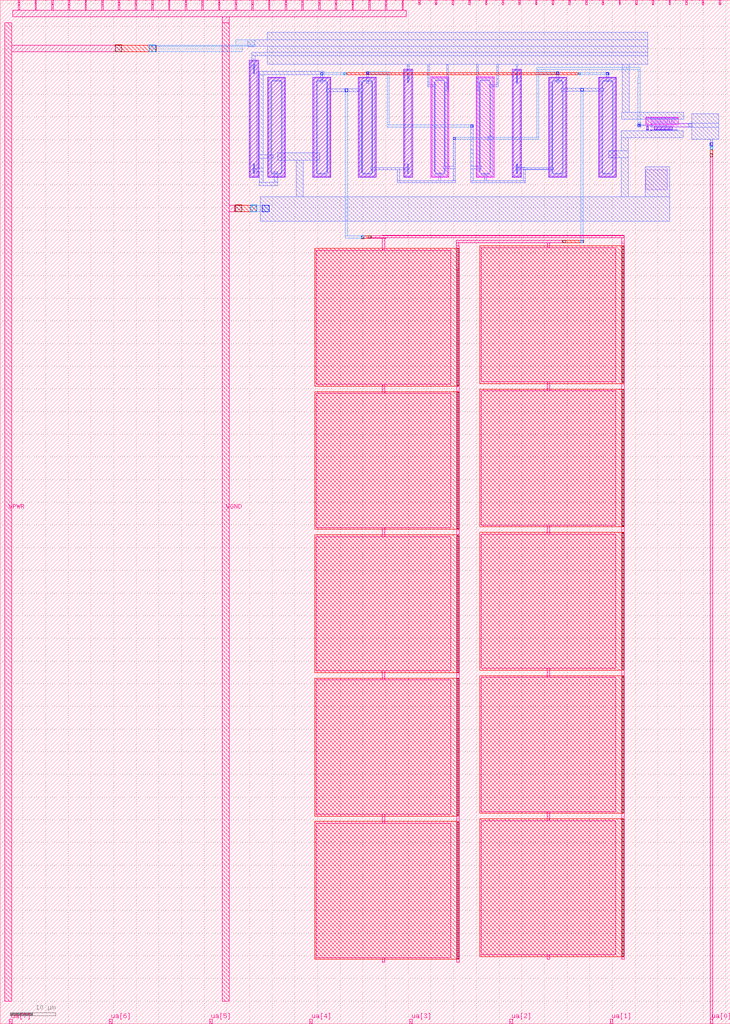
<source format=lef>
VERSION 5.7 ;
  NOWIREEXTENSIONATPIN ON ;
  DIVIDERCHAR "/" ;
  BUSBITCHARS "[]" ;
MACRO tt_um_mattvenn_relax_osc
  CLASS BLOCK ;
  FOREIGN tt_um_mattvenn_relax_osc ;
  ORIGIN 0.000 0.000 ;
  SIZE 161.000 BY 225.760 ;
  PIN clk
    DIRECTION INPUT ;
    USE SIGNAL ;
    PORT
      LAYER met4 ;
        RECT 154.870 224.760 155.170 225.760 ;
    END
  END clk
  PIN ena
    DIRECTION INPUT ;
    USE SIGNAL ;
    PORT
      LAYER met4 ;
        RECT 158.550 224.760 158.850 225.760 ;
    END
  END ena
  PIN rst_n
    DIRECTION INPUT ;
    USE SIGNAL ;
    PORT
      LAYER met4 ;
        RECT 151.190 224.760 151.490 225.760 ;
    END
  END rst_n
  PIN ua[0]
    DIRECTION INOUT ;
    USE SIGNAL ;
    ANTENNADIFFAREA 2.090400 ;
    PORT
      LAYER met4 ;
        RECT 156.560 0.000 157.160 1.000 ;
    END
  END ua[0]
  PIN ua[1]
    DIRECTION INOUT ;
    USE SIGNAL ;
    PORT
      LAYER met4 ;
        RECT 134.480 0.000 135.080 1.000 ;
    END
  END ua[1]
  PIN ua[2]
    DIRECTION INOUT ;
    USE SIGNAL ;
    PORT
      LAYER met4 ;
        RECT 112.400 0.000 113.000 1.000 ;
    END
  END ua[2]
  PIN ua[3]
    DIRECTION INOUT ;
    USE SIGNAL ;
    PORT
      LAYER met4 ;
        RECT 90.320 0.000 90.920 1.000 ;
    END
  END ua[3]
  PIN ua[4]
    DIRECTION INOUT ;
    USE SIGNAL ;
    PORT
      LAYER met4 ;
        RECT 68.240 0.000 68.840 1.000 ;
    END
  END ua[4]
  PIN ua[5]
    DIRECTION INOUT ;
    USE SIGNAL ;
    PORT
      LAYER met4 ;
        RECT 46.160 0.000 46.760 1.000 ;
    END
  END ua[5]
  PIN ua[6]
    DIRECTION INOUT ;
    USE SIGNAL ;
    PORT
      LAYER met4 ;
        RECT 24.080 0.000 24.680 1.000 ;
    END
  END ua[6]
  PIN ua[7]
    DIRECTION INOUT ;
    USE SIGNAL ;
    PORT
      LAYER met4 ;
        RECT 2.000 0.000 2.600 1.000 ;
    END
  END ua[7]
  PIN ui_in[0]
    DIRECTION INPUT ;
    USE SIGNAL ;
    PORT
      LAYER met4 ;
        RECT 147.510 224.760 147.810 225.760 ;
    END
  END ui_in[0]
  PIN ui_in[1]
    DIRECTION INPUT ;
    USE SIGNAL ;
    PORT
      LAYER met4 ;
        RECT 143.830 224.760 144.130 225.760 ;
    END
  END ui_in[1]
  PIN ui_in[2]
    DIRECTION INPUT ;
    USE SIGNAL ;
    PORT
      LAYER met4 ;
        RECT 140.150 224.760 140.450 225.760 ;
    END
  END ui_in[2]
  PIN ui_in[3]
    DIRECTION INPUT ;
    USE SIGNAL ;
    PORT
      LAYER met4 ;
        RECT 136.470 224.760 136.770 225.760 ;
    END
  END ui_in[3]
  PIN ui_in[4]
    DIRECTION INPUT ;
    USE SIGNAL ;
    PORT
      LAYER met4 ;
        RECT 132.790 224.760 133.090 225.760 ;
    END
  END ui_in[4]
  PIN ui_in[5]
    DIRECTION INPUT ;
    USE SIGNAL ;
    PORT
      LAYER met4 ;
        RECT 129.110 224.760 129.410 225.760 ;
    END
  END ui_in[5]
  PIN ui_in[6]
    DIRECTION INPUT ;
    USE SIGNAL ;
    PORT
      LAYER met4 ;
        RECT 125.430 224.760 125.730 225.760 ;
    END
  END ui_in[6]
  PIN ui_in[7]
    DIRECTION INPUT ;
    USE SIGNAL ;
    PORT
      LAYER met4 ;
        RECT 121.750 224.760 122.050 225.760 ;
    END
  END ui_in[7]
  PIN uio_in[0]
    DIRECTION INPUT ;
    USE SIGNAL ;
    PORT
      LAYER met4 ;
        RECT 118.070 224.760 118.370 225.760 ;
    END
  END uio_in[0]
  PIN uio_in[1]
    DIRECTION INPUT ;
    USE SIGNAL ;
    PORT
      LAYER met4 ;
        RECT 114.390 224.760 114.690 225.760 ;
    END
  END uio_in[1]
  PIN uio_in[2]
    DIRECTION INPUT ;
    USE SIGNAL ;
    PORT
      LAYER met4 ;
        RECT 110.710 224.760 111.010 225.760 ;
    END
  END uio_in[2]
  PIN uio_in[3]
    DIRECTION INPUT ;
    USE SIGNAL ;
    PORT
      LAYER met4 ;
        RECT 107.030 224.760 107.330 225.760 ;
    END
  END uio_in[3]
  PIN uio_in[4]
    DIRECTION INPUT ;
    USE SIGNAL ;
    PORT
      LAYER met4 ;
        RECT 103.350 224.760 103.650 225.760 ;
    END
  END uio_in[4]
  PIN uio_in[5]
    DIRECTION INPUT ;
    USE SIGNAL ;
    PORT
      LAYER met4 ;
        RECT 99.670 224.760 99.970 225.760 ;
    END
  END uio_in[5]
  PIN uio_in[6]
    DIRECTION INPUT ;
    USE SIGNAL ;
    PORT
      LAYER met4 ;
        RECT 95.990 224.760 96.290 225.760 ;
    END
  END uio_in[6]
  PIN uio_in[7]
    DIRECTION INPUT ;
    USE SIGNAL ;
    PORT
      LAYER met4 ;
        RECT 92.310 224.760 92.610 225.760 ;
    END
  END uio_in[7]
  PIN uio_oe[0]
    DIRECTION OUTPUT ;
    USE SIGNAL ;
    ANTENNADIFFAREA 18.064650 ;
    PORT
      LAYER met4 ;
        RECT 29.750 224.760 30.050 225.760 ;
    END
  END uio_oe[0]
  PIN uio_oe[1]
    DIRECTION OUTPUT ;
    USE SIGNAL ;
    ANTENNADIFFAREA 18.064650 ;
    PORT
      LAYER met4 ;
        RECT 26.070 224.760 26.370 225.760 ;
    END
  END uio_oe[1]
  PIN uio_oe[2]
    DIRECTION OUTPUT ;
    USE SIGNAL ;
    ANTENNADIFFAREA 18.064650 ;
    PORT
      LAYER met4 ;
        RECT 22.390 224.760 22.690 225.760 ;
    END
  END uio_oe[2]
  PIN uio_oe[3]
    DIRECTION OUTPUT ;
    USE SIGNAL ;
    ANTENNADIFFAREA 18.064650 ;
    PORT
      LAYER met4 ;
        RECT 18.710 224.760 19.010 225.760 ;
    END
  END uio_oe[3]
  PIN uio_oe[4]
    DIRECTION OUTPUT ;
    USE SIGNAL ;
    ANTENNADIFFAREA 18.064650 ;
    PORT
      LAYER met4 ;
        RECT 15.030 224.760 15.330 225.760 ;
    END
  END uio_oe[4]
  PIN uio_oe[5]
    DIRECTION OUTPUT ;
    USE SIGNAL ;
    ANTENNADIFFAREA 18.064650 ;
    PORT
      LAYER met4 ;
        RECT 11.350 224.760 11.650 225.760 ;
    END
  END uio_oe[5]
  PIN uio_oe[6]
    DIRECTION OUTPUT ;
    USE SIGNAL ;
    ANTENNADIFFAREA 18.064650 ;
    PORT
      LAYER met4 ;
        RECT 7.670 224.760 7.970 225.760 ;
    END
  END uio_oe[6]
  PIN uio_oe[7]
    DIRECTION OUTPUT ;
    USE SIGNAL ;
    ANTENNADIFFAREA 18.064650 ;
    PORT
      LAYER met4 ;
        RECT 3.990 224.760 4.290 225.760 ;
    END
  END uio_oe[7]
  PIN uio_out[0]
    DIRECTION OUTPUT ;
    USE SIGNAL ;
    ANTENNADIFFAREA 18.064650 ;
    PORT
      LAYER met4 ;
        RECT 59.190 224.760 59.490 225.760 ;
    END
  END uio_out[0]
  PIN uio_out[1]
    DIRECTION OUTPUT ;
    USE SIGNAL ;
    ANTENNADIFFAREA 18.064650 ;
    PORT
      LAYER met4 ;
        RECT 55.510 224.760 55.810 225.760 ;
    END
  END uio_out[1]
  PIN uio_out[2]
    DIRECTION OUTPUT ;
    USE SIGNAL ;
    ANTENNADIFFAREA 18.064650 ;
    PORT
      LAYER met4 ;
        RECT 51.830 224.760 52.130 225.760 ;
    END
  END uio_out[2]
  PIN uio_out[3]
    DIRECTION OUTPUT ;
    USE SIGNAL ;
    ANTENNADIFFAREA 18.064650 ;
    PORT
      LAYER met4 ;
        RECT 48.150 224.760 48.450 225.760 ;
    END
  END uio_out[3]
  PIN uio_out[4]
    DIRECTION OUTPUT ;
    USE SIGNAL ;
    ANTENNADIFFAREA 18.064650 ;
    PORT
      LAYER met4 ;
        RECT 44.470 224.760 44.770 225.760 ;
    END
  END uio_out[4]
  PIN uio_out[5]
    DIRECTION OUTPUT ;
    USE SIGNAL ;
    ANTENNADIFFAREA 18.064650 ;
    PORT
      LAYER met4 ;
        RECT 40.790 224.760 41.090 225.760 ;
    END
  END uio_out[5]
  PIN uio_out[6]
    DIRECTION OUTPUT ;
    USE SIGNAL ;
    ANTENNADIFFAREA 18.064650 ;
    PORT
      LAYER met4 ;
        RECT 37.110 224.760 37.410 225.760 ;
    END
  END uio_out[6]
  PIN uio_out[7]
    DIRECTION OUTPUT ;
    USE SIGNAL ;
    ANTENNADIFFAREA 18.064650 ;
    PORT
      LAYER met4 ;
        RECT 33.430 224.760 33.730 225.760 ;
    END
  END uio_out[7]
  PIN uo_out[0]
    DIRECTION OUTPUT ;
    USE SIGNAL ;
    ANTENNADIFFAREA 18.064650 ;
    PORT
      LAYER met4 ;
        RECT 88.630 224.760 88.930 225.760 ;
    END
  END uo_out[0]
  PIN uo_out[1]
    DIRECTION OUTPUT ;
    USE SIGNAL ;
    ANTENNADIFFAREA 18.064650 ;
    PORT
      LAYER met4 ;
        RECT 84.950 224.760 85.250 225.760 ;
    END
  END uo_out[1]
  PIN uo_out[2]
    DIRECTION OUTPUT ;
    USE SIGNAL ;
    ANTENNADIFFAREA 18.064650 ;
    PORT
      LAYER met4 ;
        RECT 81.270 224.760 81.570 225.760 ;
    END
  END uo_out[2]
  PIN uo_out[3]
    DIRECTION OUTPUT ;
    USE SIGNAL ;
    ANTENNADIFFAREA 18.064650 ;
    PORT
      LAYER met4 ;
        RECT 77.590 224.760 77.890 225.760 ;
    END
  END uo_out[3]
  PIN uo_out[4]
    DIRECTION OUTPUT ;
    USE SIGNAL ;
    ANTENNADIFFAREA 18.064650 ;
    PORT
      LAYER met4 ;
        RECT 73.910 224.760 74.210 225.760 ;
    END
  END uo_out[4]
  PIN uo_out[5]
    DIRECTION OUTPUT ;
    USE SIGNAL ;
    ANTENNADIFFAREA 18.064650 ;
    PORT
      LAYER met4 ;
        RECT 70.230 224.760 70.530 225.760 ;
    END
  END uo_out[5]
  PIN uo_out[6]
    DIRECTION OUTPUT ;
    USE SIGNAL ;
    ANTENNADIFFAREA 18.064650 ;
    PORT
      LAYER met4 ;
        RECT 66.550 224.760 66.850 225.760 ;
    END
  END uo_out[6]
  PIN uo_out[7]
    DIRECTION OUTPUT ;
    USE SIGNAL ;
    ANTENNADIFFAREA 18.064650 ;
    PORT
      LAYER met4 ;
        RECT 62.870 224.760 63.170 225.760 ;
    END
  END uo_out[7]
  PIN VPWR
    DIRECTION INOUT ;
    USE POWER ;
    PORT
      LAYER met4 ;
        RECT 1.000 5.000 2.500 220.760 ;
    END
  END VPWR
  PIN VGND
    DIRECTION INOUT ;
    USE GROUND ;
    PORT
      LAYER met4 ;
        RECT 49.000 5.000 50.500 220.760 ;
    END
  END VGND
  OBS
      LAYER pwell ;
        RECT 54.950 186.670 56.960 212.490 ;
        RECT 58.950 186.670 62.910 208.770 ;
        RECT 68.950 186.670 72.910 208.770 ;
        RECT 78.950 186.670 82.910 208.770 ;
        RECT 88.950 186.670 90.960 210.490 ;
      LAYER nwell ;
        RECT 94.950 186.670 98.910 208.860 ;
        RECT 104.950 186.670 108.910 208.860 ;
      LAYER pwell ;
        RECT 112.950 186.670 114.960 210.490 ;
        RECT 120.950 186.670 124.910 208.770 ;
        RECT 131.950 186.670 135.910 208.770 ;
      LAYER nwell ;
        RECT 142.330 199.920 143.170 199.930 ;
        RECT 142.330 198.325 149.510 199.920 ;
        RECT 143.150 198.315 149.510 198.325 ;
      LAYER pwell ;
        RECT 142.535 197.210 142.965 197.995 ;
        RECT 144.285 197.115 148.235 197.795 ;
        RECT 143.490 196.925 143.660 197.095 ;
      LAYER li1 ;
        RECT 55.130 212.140 56.780 212.310 ;
        RECT 55.130 187.020 55.300 212.140 ;
        RECT 55.780 209.500 56.130 211.660 ;
        RECT 55.780 187.500 56.130 189.660 ;
        RECT 56.610 187.020 56.780 212.140 ;
        RECT 89.130 210.140 90.780 210.310 ;
        RECT 55.130 186.850 56.780 187.020 ;
        RECT 59.130 208.420 62.730 208.590 ;
        RECT 59.130 187.020 59.300 208.420 ;
        RECT 59.930 207.910 61.930 208.080 ;
        RECT 59.700 187.700 59.870 207.740 ;
        RECT 61.990 187.700 62.160 207.740 ;
        RECT 59.930 187.360 61.930 187.530 ;
        RECT 62.560 187.020 62.730 208.420 ;
        RECT 59.130 186.850 62.730 187.020 ;
        RECT 69.130 208.420 72.730 208.590 ;
        RECT 69.130 187.020 69.300 208.420 ;
        RECT 69.930 207.910 71.930 208.080 ;
        RECT 69.700 187.700 69.870 207.740 ;
        RECT 71.990 187.700 72.160 207.740 ;
        RECT 69.930 187.360 71.930 187.530 ;
        RECT 72.560 187.020 72.730 208.420 ;
        RECT 69.130 186.850 72.730 187.020 ;
        RECT 79.130 208.420 82.730 208.590 ;
        RECT 79.130 187.020 79.300 208.420 ;
        RECT 79.930 207.910 81.930 208.080 ;
        RECT 79.700 187.700 79.870 207.740 ;
        RECT 81.990 187.700 82.160 207.740 ;
        RECT 79.930 187.360 81.930 187.530 ;
        RECT 82.560 187.020 82.730 208.420 ;
        RECT 79.130 186.850 82.730 187.020 ;
        RECT 89.130 187.020 89.300 210.140 ;
        RECT 89.780 207.500 90.130 209.660 ;
        RECT 89.780 187.500 90.130 189.660 ;
        RECT 90.610 187.020 90.780 210.140 ;
        RECT 113.130 210.140 114.780 210.310 ;
        RECT 89.130 186.850 90.780 187.020 ;
        RECT 95.130 208.510 98.730 208.680 ;
        RECT 95.130 187.020 95.300 208.510 ;
        RECT 95.930 208.000 97.930 208.170 ;
        RECT 95.700 187.745 95.870 207.785 ;
        RECT 97.990 187.745 98.160 207.785 ;
        RECT 98.560 206.040 98.730 208.510 ;
        RECT 105.130 208.510 108.730 208.680 ;
        RECT 105.130 206.040 105.300 208.510 ;
        RECT 105.930 208.000 107.930 208.170 ;
        RECT 98.480 205.700 98.820 206.040 ;
        RECT 105.080 205.700 105.420 206.040 ;
        RECT 95.930 187.360 97.930 187.530 ;
        RECT 98.560 187.020 98.730 205.700 ;
        RECT 95.130 186.850 98.730 187.020 ;
        RECT 105.130 187.020 105.300 205.700 ;
        RECT 105.700 187.745 105.870 207.785 ;
        RECT 107.990 187.745 108.160 207.785 ;
        RECT 105.930 187.360 107.930 187.530 ;
        RECT 108.560 187.020 108.730 208.510 ;
        RECT 105.130 186.850 108.730 187.020 ;
        RECT 113.130 187.020 113.300 210.140 ;
        RECT 113.780 207.500 114.130 209.660 ;
        RECT 113.780 187.500 114.130 189.660 ;
        RECT 114.610 187.020 114.780 210.140 ;
        RECT 113.130 186.850 114.780 187.020 ;
        RECT 121.130 208.420 124.730 208.590 ;
        RECT 121.130 187.020 121.300 208.420 ;
        RECT 121.930 207.910 123.930 208.080 ;
        RECT 121.700 187.700 121.870 207.740 ;
        RECT 123.990 187.700 124.160 207.740 ;
        RECT 121.930 187.360 123.930 187.530 ;
        RECT 124.560 187.020 124.730 208.420 ;
        RECT 121.130 186.850 124.730 187.020 ;
        RECT 132.130 208.420 135.730 208.590 ;
        RECT 132.130 187.020 132.300 208.420 ;
        RECT 132.930 207.910 134.930 208.080 ;
        RECT 132.700 187.700 132.870 207.740 ;
        RECT 134.990 187.700 135.160 207.740 ;
        RECT 132.930 187.360 134.930 187.530 ;
        RECT 135.560 187.020 135.730 208.420 ;
        RECT 142.520 199.655 142.980 199.825 ;
        RECT 142.605 198.490 142.895 199.655 ;
        RECT 143.340 199.645 149.320 199.815 ;
        RECT 143.475 198.810 143.735 199.645 ;
        RECT 143.905 198.640 144.145 199.445 ;
        RECT 144.315 198.810 144.575 199.645 ;
        RECT 144.745 198.640 144.985 199.445 ;
        RECT 145.155 198.810 145.415 199.645 ;
        RECT 145.585 198.640 145.835 199.445 ;
        RECT 146.005 198.810 146.250 199.645 ;
        RECT 146.420 198.640 146.665 199.445 ;
        RECT 146.835 198.810 147.090 199.645 ;
        RECT 147.260 198.640 147.515 199.445 ;
        RECT 147.685 198.810 147.935 199.645 ;
        RECT 148.105 198.640 148.345 199.445 ;
        RECT 148.515 198.810 148.770 199.645 ;
        RECT 143.455 198.570 148.780 198.640 ;
        RECT 143.455 198.470 152.650 198.570 ;
        RECT 143.455 197.875 143.625 198.470 ;
        RECT 143.795 198.045 148.205 198.300 ;
        RECT 148.450 197.875 152.650 198.470 ;
        RECT 142.605 197.105 142.895 197.830 ;
        RECT 143.455 197.770 152.650 197.875 ;
        RECT 143.455 197.705 148.780 197.770 ;
        RECT 142.520 196.935 142.980 197.105 ;
        RECT 144.375 197.095 144.705 197.535 ;
        RECT 144.875 197.290 145.065 197.705 ;
        RECT 145.235 197.095 145.565 197.535 ;
        RECT 145.735 197.290 145.925 197.705 ;
        RECT 146.095 197.095 146.425 197.535 ;
        RECT 146.595 197.290 146.785 197.705 ;
        RECT 146.955 197.095 147.285 197.535 ;
        RECT 147.455 197.290 147.645 197.705 ;
        RECT 147.815 197.095 148.145 197.535 ;
        RECT 143.340 196.925 149.320 197.095 ;
        RECT 132.130 186.850 135.730 187.020 ;
        RECT 142.400 183.970 147.110 188.300 ;
      LAYER mcon ;
        RECT 55.860 209.585 56.050 211.570 ;
        RECT 55.860 187.590 56.050 189.575 ;
        RECT 60.010 207.910 61.850 208.080 ;
        RECT 59.700 187.780 59.870 207.660 ;
        RECT 61.990 187.780 62.160 207.660 ;
        RECT 60.010 187.360 61.850 187.530 ;
        RECT 70.010 207.910 71.850 208.080 ;
        RECT 69.700 187.780 69.870 207.660 ;
        RECT 71.990 187.780 72.160 207.660 ;
        RECT 70.010 187.360 71.850 187.530 ;
        RECT 80.010 207.910 81.850 208.080 ;
        RECT 79.700 187.780 79.870 207.660 ;
        RECT 81.990 187.780 82.160 207.660 ;
        RECT 80.010 187.360 81.850 187.530 ;
        RECT 89.860 207.585 90.050 209.570 ;
        RECT 89.860 187.590 90.050 189.575 ;
        RECT 96.010 208.000 97.850 208.170 ;
        RECT 95.700 187.825 95.870 207.705 ;
        RECT 97.990 187.825 98.160 207.705 ;
        RECT 106.010 208.000 107.850 208.170 ;
        RECT 98.480 205.700 98.820 206.040 ;
        RECT 105.080 205.700 105.420 206.040 ;
        RECT 96.010 187.360 97.850 187.530 ;
        RECT 105.700 187.825 105.870 207.705 ;
        RECT 107.990 187.825 108.160 207.705 ;
        RECT 106.010 187.360 107.850 187.530 ;
        RECT 113.860 207.585 114.050 209.570 ;
        RECT 113.860 187.590 114.050 189.575 ;
        RECT 122.010 207.910 123.850 208.080 ;
        RECT 121.700 187.780 121.870 207.660 ;
        RECT 123.990 187.780 124.160 207.660 ;
        RECT 122.010 187.360 123.850 187.530 ;
        RECT 133.010 207.910 134.850 208.080 ;
        RECT 132.700 187.780 132.870 207.660 ;
        RECT 134.990 187.780 135.160 207.660 ;
        RECT 133.010 187.360 134.850 187.530 ;
        RECT 142.665 199.655 142.835 199.825 ;
        RECT 143.485 199.645 143.655 199.815 ;
        RECT 143.945 199.645 144.115 199.815 ;
        RECT 144.405 199.645 144.575 199.815 ;
        RECT 144.865 199.645 145.035 199.815 ;
        RECT 145.325 199.645 145.495 199.815 ;
        RECT 145.785 199.645 145.955 199.815 ;
        RECT 146.245 199.645 146.415 199.815 ;
        RECT 146.705 199.645 146.875 199.815 ;
        RECT 147.165 199.645 147.335 199.815 ;
        RECT 147.625 199.645 147.795 199.815 ;
        RECT 148.085 199.645 148.255 199.815 ;
        RECT 148.545 199.645 148.715 199.815 ;
        RECT 149.005 199.645 149.175 199.815 ;
        RECT 146.765 198.085 146.935 198.255 ;
        RECT 151.880 197.800 152.620 198.540 ;
        RECT 142.665 196.935 142.835 197.105 ;
        RECT 143.485 196.925 143.655 197.095 ;
        RECT 143.945 196.925 144.115 197.095 ;
        RECT 144.405 196.925 144.575 197.095 ;
        RECT 144.865 196.925 145.035 197.095 ;
        RECT 145.325 196.925 145.495 197.095 ;
        RECT 145.785 196.925 145.955 197.095 ;
        RECT 146.245 196.925 146.415 197.095 ;
        RECT 146.705 196.925 146.875 197.095 ;
        RECT 147.165 196.925 147.335 197.095 ;
        RECT 147.625 196.925 147.795 197.095 ;
        RECT 148.085 196.925 148.255 197.095 ;
        RECT 148.545 196.925 148.715 197.095 ;
        RECT 149.005 196.925 149.175 197.095 ;
      LAYER met1 ;
        RECT 54.580 217.040 56.080 217.070 ;
        RECT 58.850 217.040 142.850 218.670 ;
        RECT 54.580 215.540 142.850 217.040 ;
        RECT 54.580 215.510 56.080 215.540 ;
        RECT 58.850 214.270 142.850 215.540 ;
        RECT 55.450 213.470 142.850 214.270 ;
        RECT 55.455 210.875 56.245 213.470 ;
        RECT 58.850 211.670 142.850 213.470 ;
        RECT 89.750 211.175 90.150 211.670 ;
        RECT 55.830 209.525 56.080 210.875 ;
        RECT 57.150 209.270 71.350 210.070 ;
        RECT 57.150 191.670 57.950 209.270 ;
        RECT 70.650 208.110 71.150 209.270 ;
        RECT 80.800 208.110 81.300 209.950 ;
        RECT 59.950 207.880 61.910 208.110 ;
        RECT 69.950 207.880 71.910 208.110 ;
        RECT 79.950 207.880 81.910 208.110 ;
        RECT 89.750 207.970 90.155 211.175 ;
        RECT 59.670 191.670 59.900 207.720 ;
        RECT 61.960 192.070 62.190 207.720 ;
        RECT 69.670 192.070 69.900 207.720 ;
        RECT 70.650 207.570 71.150 207.880 ;
        RECT 71.960 206.170 72.190 207.720 ;
        RECT 76.060 206.170 76.660 206.200 ;
        RECT 79.670 206.170 79.900 207.720 ;
        RECT 80.800 207.420 81.300 207.880 ;
        RECT 71.850 205.570 80.050 206.170 ;
        RECT 57.150 190.870 60.250 191.670 ;
        RECT 55.830 188.670 56.080 189.635 ;
        RECT 57.150 188.670 57.950 190.870 ;
        RECT 55.650 187.870 57.950 188.670 ;
        RECT 55.830 187.530 56.080 187.870 ;
        RECT 57.150 185.570 57.950 187.870 ;
        RECT 59.670 187.720 59.900 190.870 ;
        RECT 61.250 190.470 70.450 192.070 ;
        RECT 60.450 187.560 61.250 187.870 ;
        RECT 61.960 187.720 62.190 190.470 ;
        RECT 59.950 187.330 61.910 187.560 ;
        RECT 60.450 185.570 61.250 187.330 ;
        RECT 57.150 184.770 61.250 185.570 ;
        RECT 65.250 182.370 66.850 190.470 ;
        RECT 69.670 187.720 69.900 190.470 ;
        RECT 71.960 187.720 72.190 205.570 ;
        RECT 76.060 205.540 76.660 205.570 ;
        RECT 79.670 187.720 79.900 205.570 ;
        RECT 81.960 188.820 82.190 207.720 ;
        RECT 89.830 207.525 90.080 207.970 ;
        RECT 94.250 207.070 94.650 211.670 ;
        RECT 95.950 207.970 97.910 208.200 ;
        RECT 95.670 207.070 95.900 207.765 ;
        RECT 94.250 206.670 96.050 207.070 ;
        RECT 89.830 188.820 90.080 189.635 ;
        RECT 81.700 188.320 90.200 188.820 ;
        RECT 81.960 187.720 82.190 188.320 ;
        RECT 69.950 187.330 71.910 187.560 ;
        RECT 79.950 187.330 81.910 187.560 ;
        RECT 87.600 185.970 88.100 188.320 ;
        RECT 89.830 187.530 90.080 188.320 ;
        RECT 95.670 187.765 95.900 206.670 ;
        RECT 97.960 189.120 98.190 207.765 ;
        RECT 98.450 205.640 98.850 211.670 ;
        RECT 105.050 205.640 105.450 211.670 ;
        RECT 105.950 207.970 107.910 208.200 ;
        RECT 103.770 197.720 104.330 198.220 ;
        RECT 99.900 189.120 100.400 195.550 ;
        RECT 97.700 188.620 100.400 189.120 ;
        RECT 97.960 187.765 98.190 188.620 ;
        RECT 96.700 187.560 97.200 187.720 ;
        RECT 95.950 187.330 97.910 187.560 ;
        RECT 96.700 185.970 97.200 187.330 ;
        RECT 99.900 185.970 100.400 188.620 ;
        RECT 103.800 192.740 104.300 197.720 ;
        RECT 103.800 191.940 104.350 192.740 ;
        RECT 103.800 189.120 104.300 191.940 ;
        RECT 105.670 189.120 105.900 207.765 ;
        RECT 107.960 207.070 108.190 207.765 ;
        RECT 109.450 207.070 109.850 211.670 ;
        RECT 113.750 207.470 114.150 211.670 ;
        RECT 119.150 211.640 119.650 211.670 ;
        RECT 122.670 209.420 123.230 209.920 ;
        RECT 122.700 208.110 123.200 209.420 ;
        RECT 133.700 208.110 134.200 209.800 ;
        RECT 121.950 207.880 123.910 208.110 ;
        RECT 132.950 207.880 134.910 208.110 ;
        RECT 107.850 206.670 109.850 207.070 ;
        RECT 107.960 195.740 108.190 206.670 ;
        RECT 107.550 194.940 108.750 195.740 ;
        RECT 103.800 188.620 106.100 189.120 ;
        RECT 103.800 185.970 104.300 188.620 ;
        RECT 105.670 187.765 105.900 188.620 ;
        RECT 107.960 187.765 108.190 194.940 ;
        RECT 113.830 188.920 114.080 189.635 ;
        RECT 113.700 188.820 115.800 188.920 ;
        RECT 121.670 188.820 121.900 207.720 ;
        RECT 122.700 207.520 123.200 207.880 ;
        RECT 133.700 207.720 134.200 207.880 ;
        RECT 123.960 206.270 124.190 207.720 ;
        RECT 128.020 206.270 128.620 206.300 ;
        RECT 132.670 206.270 132.900 207.720 ;
        RECT 123.750 205.670 133.050 206.270 ;
        RECT 113.700 188.420 122.100 188.820 ;
        RECT 105.950 187.330 107.910 187.560 ;
        RECT 113.830 187.530 114.080 188.420 ;
        RECT 115.300 188.320 122.100 188.420 ;
        RECT 106.800 185.970 107.300 187.330 ;
        RECT 115.300 185.970 115.800 188.320 ;
        RECT 121.670 187.720 121.900 188.320 ;
        RECT 123.960 187.720 124.190 205.670 ;
        RECT 128.020 205.640 128.620 205.670 ;
        RECT 132.670 187.720 132.900 205.670 ;
        RECT 134.960 192.570 135.190 207.720 ;
        RECT 137.150 201.070 138.750 211.670 ;
        RECT 137.050 199.470 150.750 201.070 ;
        RECT 140.550 198.270 141.250 198.670 ;
        RECT 152.550 198.570 158.450 200.670 ;
        RECT 146.705 198.270 146.995 198.285 ;
        RECT 140.550 198.070 146.995 198.270 ;
        RECT 140.550 197.770 141.250 198.070 ;
        RECT 146.705 198.055 146.995 198.070 ;
        RECT 151.820 197.770 158.450 198.570 ;
        RECT 142.520 196.970 142.980 197.260 ;
        RECT 143.340 196.970 149.320 197.250 ;
        RECT 136.950 195.370 150.650 196.970 ;
        RECT 136.950 192.570 138.550 195.370 ;
        RECT 152.550 195.070 158.450 197.770 ;
        RECT 156.560 194.280 157.160 195.070 ;
        RECT 156.530 193.680 157.190 194.280 ;
        RECT 134.250 190.970 138.550 192.570 ;
        RECT 134.960 187.720 135.190 190.970 ;
        RECT 121.950 187.330 123.910 187.560 ;
        RECT 132.950 187.330 134.910 187.560 ;
        RECT 87.600 185.470 100.450 185.970 ;
        RECT 103.750 185.470 115.800 185.970 ;
        RECT 136.950 182.370 138.550 190.970 ;
        RECT 142.220 182.370 147.620 188.980 ;
        RECT 57.350 176.970 147.620 182.370 ;
      LAYER via ;
        RECT 70.650 209.270 71.150 209.770 ;
        RECT 80.800 209.420 81.300 209.920 ;
        RECT 76.060 205.570 76.660 206.170 ;
        RECT 103.800 197.720 104.300 198.220 ;
        RECT 99.900 195.020 100.400 195.520 ;
        RECT 122.700 209.420 123.200 209.920 ;
        RECT 133.700 209.270 134.200 209.770 ;
        RECT 128.020 205.670 128.620 206.270 ;
        RECT 140.600 197.920 141.100 198.420 ;
        RECT 156.560 193.680 157.160 194.280 ;
        RECT 57.780 179.060 59.280 180.560 ;
      LAYER met2 ;
        RECT 32.885 215.860 34.335 215.880 ;
        RECT 51.910 215.860 56.110 217.040 ;
        RECT 32.860 215.540 56.110 215.860 ;
        RECT 32.860 214.360 53.410 215.540 ;
        RECT 32.885 214.340 34.335 214.360 ;
        RECT 118.300 210.420 141.200 210.920 ;
        RECT 118.300 209.920 118.800 210.420 ;
        RECT 122.700 209.920 123.200 209.950 ;
        RECT 70.650 209.770 71.150 209.800 ;
        RECT 70.650 209.270 76.345 209.770 ;
        RECT 80.770 209.420 85.800 209.920 ;
        RECT 70.650 209.240 71.150 209.270 ;
        RECT 76.030 205.570 76.690 206.170 ;
        RECT 55.115 180.560 56.565 180.580 ;
        RECT 55.090 179.060 59.310 180.560 ;
        RECT 55.115 179.040 56.565 179.060 ;
        RECT 76.060 173.800 76.660 205.570 ;
        RECT 85.300 198.220 85.800 209.420 ;
        RECT 118.300 209.420 123.200 209.920 ;
        RECT 127.425 209.770 127.875 209.790 ;
        RECT 103.800 198.220 104.300 198.250 ;
        RECT 85.300 197.720 104.300 198.220 ;
        RECT 103.800 197.690 104.300 197.720 ;
        RECT 118.300 195.520 118.800 209.420 ;
        RECT 122.700 209.390 123.200 209.420 ;
        RECT 127.400 209.270 134.340 209.770 ;
        RECT 127.425 209.250 127.875 209.270 ;
        RECT 140.700 208.760 141.200 210.420 ;
        RECT 140.600 207.420 141.200 208.760 ;
        RECT 127.990 205.670 128.650 206.270 ;
        RECT 99.870 195.020 118.800 195.520 ;
        RECT 76.060 173.200 80.255 173.800 ;
        RECT 128.020 172.820 128.620 205.670 ;
        RECT 140.600 197.890 141.100 207.420 ;
        RECT 156.560 193.385 157.160 194.310 ;
        RECT 156.540 192.835 157.180 193.385 ;
        RECT 156.560 192.810 157.160 192.835 ;
        RECT 127.975 172.220 128.665 172.820 ;
      LAYER via2 ;
        RECT 32.885 214.385 34.335 215.835 ;
        RECT 75.800 209.270 76.300 209.770 ;
        RECT 55.115 179.085 56.565 180.535 ;
        RECT 127.425 209.295 127.875 209.745 ;
        RECT 79.610 173.200 80.210 173.800 ;
        RECT 156.585 192.835 157.135 193.385 ;
        RECT 128.020 172.220 128.620 172.820 ;
      LAYER met3 ;
        RECT 25.335 215.860 26.825 215.885 ;
        RECT 25.330 214.360 34.360 215.860 ;
        RECT 25.335 214.335 26.825 214.360 ;
        RECT 75.775 209.770 76.325 209.795 ;
        RECT 75.775 209.270 127.900 209.770 ;
        RECT 75.775 209.245 76.325 209.270 ;
        RECT 156.560 191.835 157.160 193.410 ;
        RECT 156.535 191.245 157.185 191.835 ;
        RECT 156.560 191.240 157.160 191.245 ;
        RECT 51.775 180.560 53.265 180.585 ;
        RECT 51.770 179.060 56.590 180.560 ;
        RECT 51.775 179.035 53.265 179.060 ;
        RECT 79.585 173.800 80.235 173.825 ;
        RECT 79.585 173.200 81.810 173.800 ;
        RECT 79.585 173.175 80.235 173.200 ;
        RECT 127.995 172.820 128.645 172.845 ;
        RECT 123.960 172.220 128.645 172.820 ;
        RECT 127.995 172.195 128.645 172.220 ;
        RECT 69.350 140.610 101.210 171.010 ;
        RECT 105.730 141.190 137.590 171.590 ;
        RECT 69.350 109.010 101.210 139.410 ;
        RECT 105.730 109.590 137.590 139.990 ;
        RECT 69.350 77.410 101.210 107.810 ;
        RECT 105.730 77.990 137.590 108.390 ;
        RECT 69.350 45.810 101.210 76.210 ;
        RECT 105.730 46.390 137.590 76.790 ;
        RECT 69.350 14.210 101.210 44.610 ;
        RECT 105.730 14.790 137.590 45.190 ;
      LAYER via3 ;
        RECT 25.335 214.365 26.825 215.855 ;
        RECT 156.565 191.245 157.155 191.835 ;
        RECT 51.775 179.065 53.265 180.555 ;
        RECT 81.180 173.200 81.780 173.800 ;
        RECT 123.990 172.220 124.590 172.820 ;
        RECT 100.790 140.750 101.110 170.870 ;
        RECT 137.170 141.330 137.490 171.450 ;
        RECT 100.790 109.150 101.110 139.270 ;
        RECT 137.170 109.730 137.490 139.850 ;
        RECT 100.790 77.550 101.110 107.670 ;
        RECT 137.170 78.130 137.490 108.250 ;
        RECT 100.790 45.950 101.110 76.070 ;
        RECT 137.170 46.530 137.490 76.650 ;
        RECT 100.790 14.350 101.110 44.470 ;
        RECT 137.170 14.930 137.490 45.050 ;
      LAYER met4 ;
        RECT 3.990 223.550 4.290 224.760 ;
        RECT 7.670 223.550 7.970 224.760 ;
        RECT 11.350 223.550 11.650 224.760 ;
        RECT 15.030 223.550 15.330 224.760 ;
        RECT 18.710 223.550 19.010 224.760 ;
        RECT 22.390 223.550 22.690 224.760 ;
        RECT 26.070 223.550 26.370 224.760 ;
        RECT 29.750 223.550 30.050 224.760 ;
        RECT 33.430 223.550 33.730 224.760 ;
        RECT 37.110 223.550 37.410 224.760 ;
        RECT 40.790 223.550 41.090 224.760 ;
        RECT 44.470 223.550 44.770 224.760 ;
        RECT 48.150 223.550 48.450 224.760 ;
        RECT 51.830 223.550 52.130 224.760 ;
        RECT 55.510 223.550 55.810 224.760 ;
        RECT 59.190 223.550 59.490 224.760 ;
        RECT 62.870 223.550 63.170 224.760 ;
        RECT 66.550 223.550 66.850 224.760 ;
        RECT 70.230 223.550 70.530 224.760 ;
        RECT 73.910 223.550 74.210 224.760 ;
        RECT 77.590 223.550 77.890 224.760 ;
        RECT 81.270 223.550 81.570 224.760 ;
        RECT 84.950 223.550 85.250 224.760 ;
        RECT 88.630 223.550 88.930 224.760 ;
        RECT 2.760 222.050 89.560 223.550 ;
        RECT 49.000 220.760 50.500 222.050 ;
        RECT 2.500 214.360 26.830 215.860 ;
        RECT 50.500 179.060 53.270 180.560 ;
        RECT 81.175 173.800 81.785 173.805 ;
        RECT 84.290 173.800 137.600 173.870 ;
        RECT 81.175 173.350 137.600 173.800 ;
        RECT 81.175 173.200 85.120 173.350 ;
        RECT 81.175 173.195 81.785 173.200 ;
        RECT 84.290 170.615 84.810 173.200 ;
        RECT 123.985 172.820 124.595 172.825 ;
        RECT 119.240 172.800 124.595 172.820 ;
        RECT 100.610 172.280 124.595 172.800 ;
        RECT 100.610 171.610 101.130 172.280 ;
        RECT 119.240 172.220 124.595 172.280 ;
        RECT 69.745 141.005 99.355 170.615 ;
        RECT 100.610 166.340 101.210 171.610 ;
        RECT 120.670 171.195 121.190 172.220 ;
        RECT 123.985 172.215 124.595 172.220 ;
        RECT 137.080 172.190 137.600 173.350 ;
        RECT 84.290 139.015 84.810 141.005 ;
        RECT 69.745 109.405 99.355 139.015 ;
        RECT 84.290 107.415 84.810 109.405 ;
        RECT 69.745 77.805 99.355 107.415 ;
        RECT 84.290 75.815 84.810 77.805 ;
        RECT 69.745 46.205 99.355 75.815 ;
        RECT 84.290 44.215 84.810 46.205 ;
        RECT 69.745 14.605 99.355 44.215 ;
        RECT 84.290 13.610 84.810 14.605 ;
        RECT 100.690 13.610 101.210 166.340 ;
        RECT 106.125 141.585 135.735 171.195 ;
        RECT 137.070 165.730 137.600 172.190 ;
        RECT 120.670 139.595 121.190 141.585 ;
        RECT 106.125 109.985 135.735 139.595 ;
        RECT 120.670 107.995 121.190 109.985 ;
        RECT 106.125 78.385 135.735 107.995 ;
        RECT 120.670 76.395 121.190 78.385 ;
        RECT 106.125 46.785 135.735 76.395 ;
        RECT 120.670 44.795 121.190 46.785 ;
        RECT 106.125 15.185 135.735 44.795 ;
        RECT 120.670 14.190 121.190 15.185 ;
        RECT 137.070 14.190 137.590 165.730 ;
        RECT 156.560 1.000 157.160 191.840 ;
  END
END tt_um_mattvenn_relax_osc
END LIBRARY


</source>
